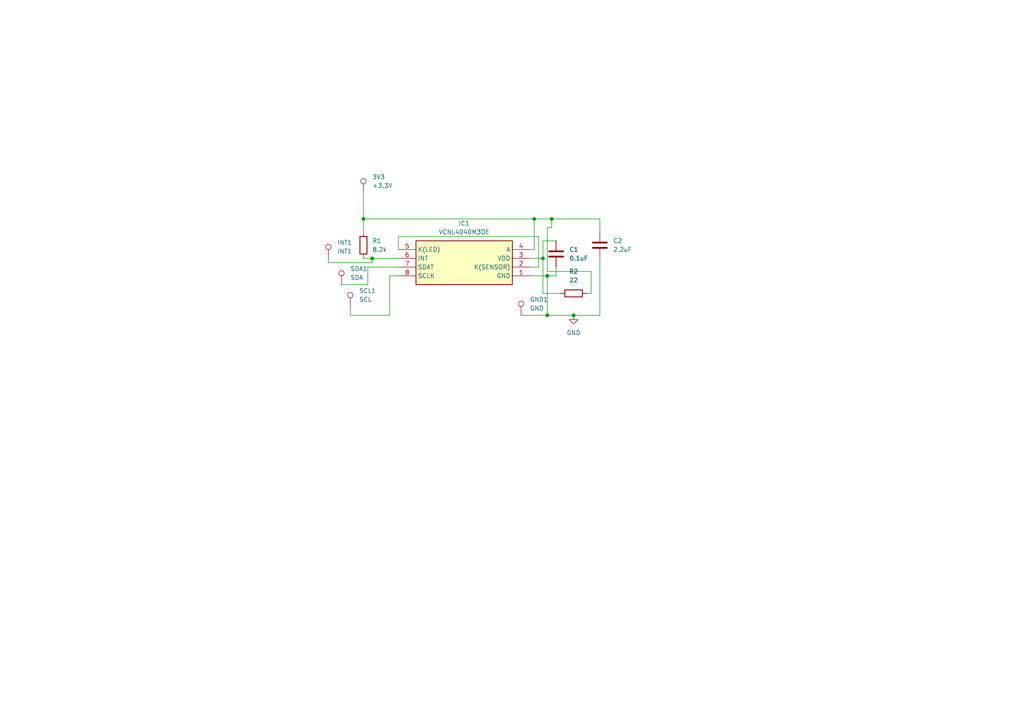
<source format=kicad_sch>
(kicad_sch (version 20231120) (generator "eeschema") (generator_version "8.0")
  (paper "A4")
  (lib_symbols
    (symbol "Connector:TestPoint" (pin_numbers hide) (pin_names (offset 0.762) hide)
      (property "Reference" "TP" (at 0 6.858 0))
      (property "Value" "TestPoint" (at 0 5.08 0))
      (symbol "TestPoint_0_1"
        (circle (center 0 3.302) (radius 0.762))
      )
      (symbol "TestPoint_1_1"
        (pin passive line (at 0 0 90) (length 2.54) (name "1") (number "1"))
      )
    )
    (symbol "Device:C" (pin_numbers hide) (pin_names (offset 0.254))
      (property "Reference" "C" (at 0.635 2.54 0))
      (property "Value" "C" (at 0.635 -2.54 0))
      (symbol "C_0_1"
        (polyline (pts (xy -2.032 -0.762) (xy 2.032 -0.762)) (stroke (width 0.508)))
        (polyline (pts (xy -2.032 0.762) (xy 2.032 0.762)) (stroke (width 0.508)))
      )
      (symbol "C_1_1"
        (pin passive line (at 0 3.81 270) (length 2.794) (name "~") (number "1"))
        (pin passive line (at 0 -3.81 90) (length 2.794) (name "~") (number "2"))
      )
    )
    (symbol "Device:R" (pin_numbers hide) (pin_names (offset 0))
      (property "Reference" "R" (at 2.032 0 90))
      (property "Value" "R" (at 0 0 90))
      (symbol "R_0_1"
        (rectangle (start -1.016 -2.54) (end 1.016 2.54) (stroke (width 0.254)))
      )
      (symbol "R_1_1"
        (pin passive line (at 0 3.81 270) (length 1.27) (name "~") (number "1"))
        (pin passive line (at 0 -3.81 90) (length 1.27) (name "~") (number "2"))
      )
    )
    (symbol "SamacSys_Parts:VCNL4040M3OE"
      (property "Reference" "IC" (at 34.29 7.62 0))
      (property "Value" "VCNL4040M3OE" (at 34.29 5.08 0))
      (symbol "VCNL4040M3OE_1_1"
        (rectangle (start 5.08 2.54) (end 33.02 -10.16) (stroke (width 0.254)) (fill (type background)))
        (pin passive line (at 38.1 -7.62 180) (length 5.08) (name "GND") (number "1"))
        (pin passive line (at 38.1 -5.08 180) (length 5.08) (name "K(SENSOR)") (number "2"))
        (pin passive line (at 38.1 -2.54 180) (length 5.08) (name "VDD") (number "3"))
        (pin passive line (at 38.1 0 180) (length 5.08) (name "A") (number "4"))
        (pin passive line (at 0 0 0) (length 5.08) (name "K(LED)") (number "5"))
        (pin passive line (at 0 -2.54 0) (length 5.08) (name "INT") (number "6"))
        (pin passive line (at 0 -5.08 0) (length 5.08) (name "SDAT") (number "7"))
        (pin passive line (at 0 -7.62 0) (length 5.08) (name "SCLK") (number "8"))
      )
    )
    (symbol "power:GND" (power) (pin_numbers hide) (pin_names (offset 0) hide)
      (property "Value" "GND" (at 0 -3.81 0))
      (symbol "GND_0_1"
        (polyline (pts (xy 0 0) (xy 0 -1.27) (xy 1.27 -1.27) (xy 0 -2.54) (xy -1.27 -1.27) (xy 0 -1.27)))
      )
      (symbol "GND_1_1"
        (pin power_in line (at 0 0 270) (length 0) (name "~") (number "1"))
      )
    )
  )
  (junction (at 154.94 63.5))
  (junction (at 157.48 74.93))
  (junction (at 105.41 63.5))
  (junction (at 158.75 91.44))
  (junction (at 158.75 80.01))
  (junction (at 107.95 74.93))
  (junction (at 166.37 91.44))
  (junction (at 160.02 63.5))
  (wire (pts (xy 173.99 74.93) (xy 173.99 91.44)))
  (wire (pts (xy 113.03 80.01) (xy 113.03 91.44)))
  (wire (pts (xy 106.68 82.55) (xy 99.06 82.55)))
  (wire (pts (xy 158.75 66.04) (xy 158.75 78.74)))
  (wire (pts (xy 113.03 91.44) (xy 101.6 91.44)))
  (wire (pts (xy 171.45 78.74) (xy 171.45 85.09)))
  (wire (pts (xy 115.57 80.01) (xy 113.03 80.01)))
  (wire (pts (xy 153.67 77.47) (xy 156.21 77.47)))
  (wire (pts (xy 158.75 78.74) (xy 171.45 78.74)))
  (wire (pts (xy 105.41 74.93) (xy 107.95 74.93)))
  (wire (pts (xy 173.99 91.44) (xy 166.37 91.44)))
  (wire (pts (xy 115.57 68.58) (xy 115.57 72.39)))
  (wire (pts (xy 173.99 67.31) (xy 173.99 63.5)))
  (wire (pts (xy 161.29 80.01) (xy 158.75 80.01)))
  (wire (pts (xy 166.37 91.44) (xy 158.75 91.44)))
  (wire (pts (xy 151.13 91.44) (xy 158.75 91.44)))
  (wire (pts (xy 154.94 72.39) (xy 154.94 63.5)))
  (wire (pts (xy 101.6 91.44) (xy 101.6 88.9)))
  (wire (pts (xy 95.25 76.2) (xy 107.95 76.2)))
  (wire (pts (xy 154.94 63.5) (xy 160.02 63.5)))
  (wire (pts (xy 156.21 77.47) (xy 156.21 68.58)))
  (wire (pts (xy 107.95 74.93) (xy 115.57 74.93)))
  (wire (pts (xy 161.29 69.85) (xy 157.48 69.85)))
  (wire (pts (xy 157.48 85.09) (xy 162.56 85.09)))
  (wire (pts (xy 105.41 63.5) (xy 154.94 63.5)))
  (wire (pts (xy 157.48 69.85) (xy 157.48 74.93)))
  (wire (pts (xy 107.95 76.2) (xy 107.95 74.93)))
  (wire (pts (xy 158.75 66.04) (xy 160.02 66.04)))
  (wire (pts (xy 153.67 72.39) (xy 154.94 72.39)))
  (wire (pts (xy 153.67 74.93) (xy 157.48 74.93)))
  (wire (pts (xy 105.41 55.88) (xy 105.41 63.5)))
  (wire (pts (xy 157.48 74.93) (xy 157.48 85.09)))
  (wire (pts (xy 158.75 91.44) (xy 158.75 80.01)))
  (wire (pts (xy 106.68 77.47) (xy 106.68 82.55)))
  (wire (pts (xy 160.02 63.5) (xy 160.02 66.04)))
  (wire (pts (xy 105.41 67.31) (xy 105.41 63.5)))
  (wire (pts (xy 173.99 63.5) (xy 160.02 63.5)))
  (wire (pts (xy 161.29 77.47) (xy 161.29 80.01)))
  (wire (pts (xy 156.21 68.58) (xy 115.57 68.58)))
  (wire (pts (xy 158.75 80.01) (xy 153.67 80.01)))
  (wire (pts (xy 95.25 74.93) (xy 95.25 76.2)))
  (wire (pts (xy 115.57 77.47) (xy 106.68 77.47)))
  (wire (pts (xy 171.45 85.09) (xy 170.18 85.09)))
  (symbol (lib_id "SamacSys_Parts:VCNL4040M3OE") (at 115.57 72.39 0) (unit 1)
    (property "Reference" "IC1" (at 134.62 64.77 0))
    (property "Value" "VCNL4040M3OE" (at 134.62 67.31 0))
    (property "Footprint" "VCNL4040M3OE" (effects (hide yes)))
    (property "Datasheet" "http://www.vishay.com/docs/84274/vcnl4040.pdf" (effects (hide yes)))
    (property "Description" "Fully Integrated Proximity and Ambient Light Sensor with Infrared Emitter, I2C Interface, and Interrupt Function" (effects (hide yes)))
    (property "Height" "1.15" (effects (hide yes)))
    (property "Manufacturer_Name" "Vishay" (effects (hide yes)))
    (property "Manufacturer_Part_Number" "VCNL4040M3OE" (effects (hide yes)))
    (property "Mouser Part Number" "78-VCNL4040M3OE" (effects (hide yes)))
    (property "Mouser Price/Stock" "https://www.mouser.co.uk/ProductDetail/Vishay-Semiconductors/VCNL4040M3OE?qs=p1ya7m3AA0C%252Buyxak4%252Bv6g%3D%3D" (effects (hide yes)))
    (property "Arrow Part Number" "VCNL4040M3OE" (effects (hide yes)))
    (property "Arrow Price/Stock" "https://www.arrow.com/en/products/vcnl4040m3oe/vishay?region=nac" (effects (hide yes)))
  )
  (symbol (lib_id "Device:C") (at 161.29 73.66 0) (unit 1)
    (property "Reference" "C1" (at 165.1 72.3899 0) (effects (justify left)))
    (property "Value" "0.1uF" (at 165.1 74.9299 0) (effects (justify left)))
    (property "Footprint" "Capacitor_SMD:C_0603_1608Metric" (effects (hide yes)))
    (property "Description" "Unpolarized capacitor" (effects (hide yes)))
  )
  (symbol (lib_id "Connector:TestPoint") (at 151.13 91.44 0) (unit 1)
    (property "Reference" "GND1" (at 153.67 86.8679 0) (effects (justify left)))
    (property "Value" "GND" (at 153.67 89.4079 0) (effects (justify left)))
    (property "Footprint" "Holes:Soldering_Holes_1mmH_2mmPad" (effects (hide yes)))
    (property "Description" "test point" (effects (hide yes)))
  )
  (symbol (lib_id "Device:R") (at 166.37 85.09 90) (unit 1)
    (property "Reference" "R2" (at 166.37 78.74 90))
    (property "Value" "22" (at 166.37 81.28 90))
    (property "Footprint" "Resistor_SMD:R_0603_1608Metric" (effects (hide yes)))
    (property "Description" "Resistor" (effects (hide yes)))
  )
  (symbol (lib_id "Device:C") (at 173.99 71.12 0) (unit 1)
    (property "Reference" "C2" (at 177.8 69.8499 0) (effects (justify left)))
    (property "Value" "2.2uF" (at 177.8 72.3899 0) (effects (justify left)))
    (property "Footprint" "Capacitor_SMD:C_0603_1608Metric" (effects (hide yes)))
    (property "Description" "Unpolarized capacitor" (effects (hide yes)))
  )
  (symbol (lib_id "power:GND") (at 166.37 91.44 0) (unit 1)
    (property "Reference" "#PWR01" (effects (hide yes)))
    (property "Value" "GND" (at 166.37 96.52 0))
    (property "Description" "Power symbol creates a global label with name \"GND\" , ground" (effects (hide yes)))
  )
  (symbol (lib_id "Connector:TestPoint") (at 95.25 74.93 0) (unit 1)
    (property "Reference" "INT1" (at 97.79 70.3579 0) (effects (justify left)))
    (property "Value" "INT1" (at 97.79 72.8979 0) (effects (justify left)))
    (property "Footprint" "Holes:Soldering_Holes_1mmH_2mmPad" (effects (hide yes)))
    (property "Description" "test point" (effects (hide yes)))
  )
  (symbol (lib_id "Connector:TestPoint") (at 105.41 55.88 0) (unit 1)
    (property "Reference" "3V3" (at 107.95 51.3079 0) (effects (justify left)))
    (property "Value" "+3.3V" (at 107.95 53.8479 0) (effects (justify left)))
    (property "Footprint" "Holes:Soldering_Holes_1mmH_2mmPad" (effects (hide yes)))
    (property "Description" "test point" (effects (hide yes)))
  )
  (symbol (lib_id "Connector:TestPoint") (at 99.06 82.55 0) (unit 1)
    (property "Reference" "SDA1" (at 101.6 77.9779 0) (effects (justify left)))
    (property "Value" "SDA" (at 101.6 80.5179 0) (effects (justify left)))
    (property "Footprint" "Holes:Soldering_Holes_1mmH_2mmPad" (effects (hide yes)))
    (property "Description" "test point" (effects (hide yes)))
  )
  (symbol (lib_id "Connector:TestPoint") (at 101.6 88.9 0) (unit 1)
    (property "Reference" "SCL1" (at 104.14 84.3279 0) (effects (justify left)))
    (property "Value" "SCL" (at 104.14 86.8679 0) (effects (justify left)))
    (property "Footprint" "Holes:Soldering_Holes_1mmH_2mmPad" (effects (hide yes)))
    (property "Description" "test point" (effects (hide yes)))
  )
  (symbol (lib_id "Device:R") (at 105.41 71.12 0) (unit 1)
    (property "Reference" "R1" (at 107.95 69.8499 0) (effects (justify left)))
    (property "Value" "8.2k" (at 107.95 72.3899 0) (effects (justify left)))
    (property "Footprint" "Resistor_SMD:R_0402_1005Metric" (effects (hide yes)))
    (property "Description" "Resistor" (effects (hide yes)))
  )
)
</source>
